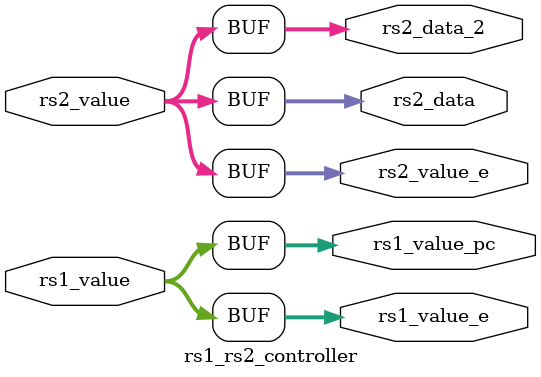
<source format=v>
`timescale 1ns / 1ps


module rs1_rs2_controller(
    input wire [31:0] rs1_value,
    input wire [31:0] rs2_value,

    output wire [31:0] rs1_value_e, output wire [31:0] rs2_value_e, output wire [31:0] rs2_data, 
    output wire [31:0] rs2_data_2, output wire [31:0] rs1_value_pc
    );
    assign rs1_value_e = rs1_value;
    assign rs1_value_pc = rs1_value;
    assign rs2_value_e = rs2_value;
    assign rs2_data = rs2_value;
    assign rs2_data_2 = rs2_value;
endmodule

</source>
